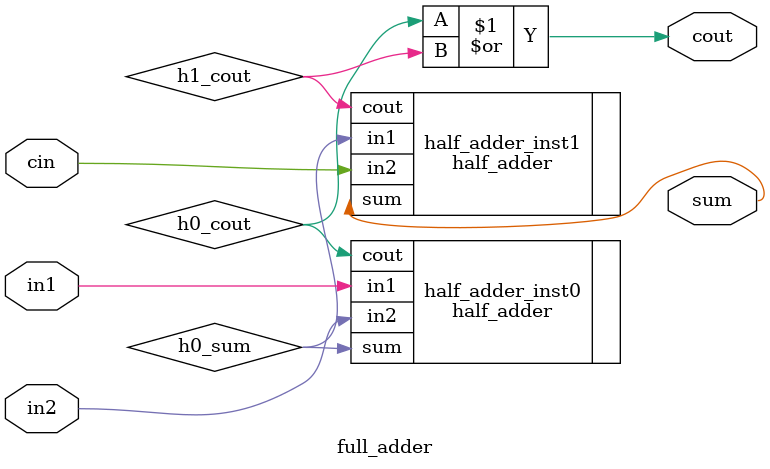
<source format=v>
`timescale  1ns/1ns


module  full_adder
(
    input   wire    in1 ,   
    input   wire    in2 ,   
    input   wire    cin ,   

    output  wire    sum ,   
    output  wire    cout    
);


//wire  define
wire    h0_sum;     
wire    h0_cout;    
wire    h1_cout;    

//********************************************************************//
//**************************** Instantiate ***************************//
//********************************************************************//
//------------- half_adder_inst0 --------------
half_adder  half_adder_inst0
(                       
    .in1    (in1    ),  //input     in1       
    .in2    (in2    ),  //input     in2

    .sum    (h0_sum ),  //ouptut    sum
    .cout   (h0_cout)   //output    cout
);

//------------- half_adder_inst0 --------------
half_adder  half_adder_inst1
(                       
    .in1    (h0_sum ),  //input     in1
    .in2    (cin    ),  //input     in2

    .sum    (sum    ),  //ouptut    sum
    .cout   (h1_cout)   //output    cout
);


assign  cout = h0_cout | h1_cout;

endmodule

</source>
